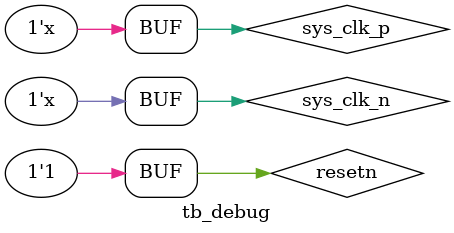
<source format=v>
`timescale 1ns / 1ps
module tb_debug#(
    parameter LOCAL_DWIDTH 	= 256,
    parameter WIDTH         = 32  ,
    parameter LANE_NUM      = 8   ,
    parameter CHIRP_NUM     = 256
)();

reg sys_clk_p,resetn;
wire sys_clk_n;
initial begin
    sys_clk_p     <= 0;
    resetn      <= 0;
    #200
    resetn      <= 1;
end

always #1.666666666666 sys_clk_p=~sys_clk_p;
assign sys_clk_n = ~sys_clk_p;

debug#(
    . LOCAL_DWIDTH (LOCAL_DWIDTH) ,
    . WIDTH        (WIDTH       ) ,
    . LANE_NUM     (LANE_NUM    ) ,
    . CHIRP_NUM    (CHIRP_NUM   ) 
)
u_debug(
    . sys_clk_p   (sys_clk_p  ),
    . sys_clk_n   (sys_clk_n  ),
    . resetn      (resetn     ),
    . dac_valid   (dac_valid  )
);

endmodule

</source>
